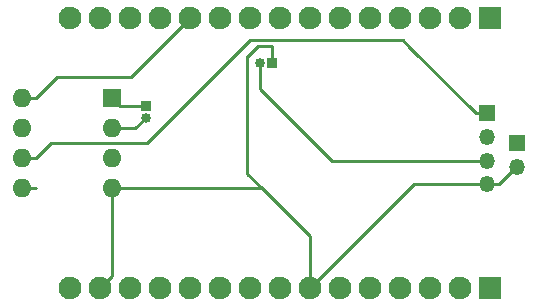
<source format=gbr>
%TF.GenerationSoftware,KiCad,Pcbnew,(7.0.0)*%
%TF.CreationDate,2023-08-26T23:12:35+05:30*%
%TF.ProjectId,sat-pcb,7361742d-7063-4622-9e6b-696361645f70,2.0.1*%
%TF.SameCoordinates,Original*%
%TF.FileFunction,Copper,L2,Bot*%
%TF.FilePolarity,Positive*%
%FSLAX46Y46*%
G04 Gerber Fmt 4.6, Leading zero omitted, Abs format (unit mm)*
G04 Created by KiCad (PCBNEW (7.0.0)) date 2023-08-26 23:12:35*
%MOMM*%
%LPD*%
G01*
G04 APERTURE LIST*
%TA.AperFunction,ComponentPad*%
%ADD10R,1.930000X1.930000*%
%TD*%
%TA.AperFunction,ComponentPad*%
%ADD11C,1.930000*%
%TD*%
%TA.AperFunction,ComponentPad*%
%ADD12R,0.850000X0.850000*%
%TD*%
%TA.AperFunction,ComponentPad*%
%ADD13O,0.850000X0.850000*%
%TD*%
%TA.AperFunction,ComponentPad*%
%ADD14R,1.600000X1.600000*%
%TD*%
%TA.AperFunction,ComponentPad*%
%ADD15O,1.600000X1.600000*%
%TD*%
%TA.AperFunction,ComponentPad*%
%ADD16R,1.350000X1.350000*%
%TD*%
%TA.AperFunction,ComponentPad*%
%ADD17O,1.350000X1.350000*%
%TD*%
%TA.AperFunction,Conductor*%
%ADD18C,0.250000*%
%TD*%
G04 APERTURE END LIST*
D10*
%TO.P,A1,J1_1,A0*%
%TO.N,unconnected-(A1A-A0-PadJ1_1)*%
X162197499Y-82378999D03*
D11*
%TO.P,A1,J1_2,RSV1*%
%TO.N,unconnected-(A1A-RSV1-PadJ1_2)*%
X159657500Y-82379000D03*
%TO.P,A1,J1_3,RSV2*%
%TO.N,unconnected-(A1A-RSV2-PadJ1_3)*%
X157117500Y-82379000D03*
%TO.P,A1,J1_4,SD3*%
%TO.N,unconnected-(A1A-SD3-PadJ1_4)*%
X154577500Y-82379000D03*
%TO.P,A1,J1_5,SD2*%
%TO.N,unconnected-(A1A-SD2-PadJ1_5)*%
X152037500Y-82379000D03*
%TO.P,A1,J1_6,SD1*%
%TO.N,unconnected-(A1A-SD1-PadJ1_6)*%
X149497500Y-82379000D03*
%TO.P,A1,J1_7,CMD*%
%TO.N,unconnected-(A1A-CMD-PadJ1_7)*%
X146957500Y-82379000D03*
%TO.P,A1,J1_8,SD0*%
%TO.N,unconnected-(A1A-SD0-PadJ1_8)*%
X144417500Y-82379000D03*
%TO.P,A1,J1_9,CLK*%
%TO.N,unconnected-(A1A-CLK-PadJ1_9)*%
X141877500Y-82379000D03*
%TO.P,A1,J1_10,GND*%
%TO.N,Net-(A1A-GND-PadJ1_10)*%
X139337500Y-82379000D03*
%TO.P,A1,J1_11,3V3*%
%TO.N,Net-(A1A-3V3)*%
X136797500Y-82379000D03*
%TO.P,A1,J1_12,EN*%
%TO.N,unconnected-(A1A-EN-PadJ1_12)*%
X134257500Y-82379000D03*
%TO.P,A1,J1_13,RST*%
%TO.N,unconnected-(A1A-RST-PadJ1_13)*%
X131717500Y-82379000D03*
%TO.P,A1,J1_14,GND*%
%TO.N,Net-(A1A-GND-PadJ1_10)*%
X129177500Y-82379000D03*
%TO.P,A1,J1_15,VIN*%
%TO.N,vout5*%
X126637500Y-82379000D03*
D10*
%TO.P,A1,J2_1,D0*%
%TO.N,unconnected-(A1B-D0-PadJ2_1)*%
X162197499Y-105238999D03*
D11*
%TO.P,A1,J2_2,D1*%
%TO.N,scl*%
X159657500Y-105239000D03*
%TO.P,A1,J2_3,D2*%
%TO.N,sda*%
X157117500Y-105239000D03*
%TO.P,A1,J2_4,D3*%
%TO.N,unconnected-(A1B-D3-PadJ2_4)*%
X154577500Y-105239000D03*
%TO.P,A1,J2_5,D4*%
%TO.N,unconnected-(A1B-D4-PadJ2_5)*%
X152037500Y-105239000D03*
%TO.P,A1,J2_6,3V3*%
%TO.N,Net-(A1B-3V3-PadJ2_15)*%
X149497500Y-105239000D03*
%TO.P,A1,J2_7,GND*%
%TO.N,gns*%
X146957500Y-105239000D03*
%TO.P,A1,J2_8,D5*%
%TO.N,unconnected-(A1B-D5-PadJ2_8)*%
X144417500Y-105239000D03*
%TO.P,A1,J2_9,D6*%
%TO.N,unconnected-(A1B-D6-PadJ2_9)*%
X141877500Y-105239000D03*
%TO.P,A1,J2_10,D7*%
%TO.N,unconnected-(A1B-D7-PadJ2_10)*%
X139337500Y-105239000D03*
%TO.P,A1,J2_11,D8*%
%TO.N,unconnected-(A1B-D8-PadJ2_11)*%
X136797500Y-105239000D03*
%TO.P,A1,J2_12,D9*%
%TO.N,unconnected-(A1B-D9-PadJ2_12)*%
X134257500Y-105239000D03*
%TO.P,A1,J2_13,D10*%
%TO.N,unconnected-(A1B-D10-PadJ2_13)*%
X131717500Y-105239000D03*
%TO.P,A1,J2_14,GND*%
%TO.N,gns*%
X129177500Y-105239000D03*
%TO.P,A1,J2_15,3V3*%
%TO.N,Net-(A1B-3V3-PadJ2_15)*%
X126637500Y-105239000D03*
%TD*%
D12*
%TO.P,VIN1,1,Pin_1*%
%TO.N,gns*%
X143777499Y-86128999D03*
D13*
%TO.P,VIN1,2,Pin_2*%
%TO.N,vout5*%
X142777499Y-86128999D03*
%TD*%
D12*
%TO.P,J3,1,Pin_1*%
%TO.N,N/C*%
X133077499Y-89803999D03*
D13*
%TO.P,J3,2,Pin_2*%
X133077499Y-90803999D03*
%TD*%
D14*
%TO.P,U1,1,X1*%
%TO.N,N/C*%
X130247499Y-89168999D03*
D15*
%TO.P,U1,2,X2*%
X130247499Y-91708999D03*
%TO.P,U1,3,VBAT*%
%TO.N,Net-(Jbattery1-Pin_1)*%
X130247499Y-94248999D03*
%TO.P,U1,4,GND*%
%TO.N,gns*%
X130247499Y-96788999D03*
%TO.P,U1,5,SDA*%
%TO.N,sda*%
X122627499Y-96788999D03*
%TO.P,U1,6,SCL*%
%TO.N,scl*%
X122627499Y-94248999D03*
%TO.P,U1,7,SQW/OUT*%
%TO.N,unconnected-(U1-SQW{slash}OUT-Pad7)*%
X122627499Y-91708999D03*
%TO.P,U1,8,VCC*%
%TO.N,Net-(A1A-3V3)*%
X122627499Y-89168999D03*
%TD*%
D16*
%TO.P,Jbattery1,1,Pin_1*%
%TO.N,Net-(Jbattery1-Pin_1)*%
X164547499Y-92968999D03*
D17*
%TO.P,Jbattery1,2,Pin_2*%
%TO.N,gns*%
X164547499Y-94968999D03*
%TD*%
D16*
%TO.P,Jdisplay1,1,Pin_1*%
%TO.N,scl*%
X162007499Y-90428999D03*
D17*
%TO.P,Jdisplay1,2,Pin_2*%
%TO.N,sda*%
X162007499Y-92428999D03*
%TO.P,Jdisplay1,3,Pin_3*%
%TO.N,vout5*%
X162007499Y-94428999D03*
%TO.P,Jdisplay1,4,Pin_4*%
%TO.N,gns*%
X162007499Y-96428999D03*
%TD*%
D18*
%TO.N,*%
X130882500Y-89804000D02*
X130247500Y-89169000D01*
X130247500Y-91709000D02*
X132172500Y-91709000D01*
X133077500Y-89804000D02*
X130882500Y-89804000D01*
X132172500Y-91709000D02*
X133077500Y-90804000D01*
%TO.N,Net-(A1A-3V3)*%
X131847500Y-87329000D02*
X136797500Y-82379000D01*
X123752600Y-89169000D02*
X125592600Y-87329000D01*
X122627500Y-89169000D02*
X123752600Y-89169000D01*
X125592600Y-87329000D02*
X131847500Y-87329000D01*
%TO.N,gns*%
X143777500Y-84729000D02*
X143777500Y-86129000D01*
X162007500Y-96429000D02*
X155767500Y-96429000D01*
X146957500Y-105239000D02*
X146957500Y-100847200D01*
X128987500Y-105638800D02*
X128987500Y-105669000D01*
X142899300Y-96789000D02*
X141652500Y-95542200D01*
X129177500Y-105239000D02*
X130247500Y-104169000D01*
X141677500Y-85629000D02*
X142602500Y-84704000D01*
X146957500Y-100847200D02*
X142899300Y-96789000D01*
X155767500Y-96429000D02*
X149153400Y-103043100D01*
X128987500Y-105429000D02*
X129177500Y-105239000D01*
X149153400Y-103043100D02*
X146957500Y-105239000D01*
X164547500Y-94969000D02*
X164462500Y-94969000D01*
X142899300Y-96789000D02*
X130247500Y-96789000D01*
X130247500Y-96789000D02*
X130247500Y-97914100D01*
X143802500Y-84704000D02*
X143777500Y-84729000D01*
X142602500Y-84704000D02*
X143802500Y-84704000D01*
X163002500Y-96429000D02*
X162007500Y-96429000D01*
X141652500Y-85620400D02*
X141660700Y-85612200D01*
X128987500Y-105638800D02*
X128987500Y-105429000D01*
X130247500Y-104169000D02*
X130247500Y-97914100D01*
X164462500Y-94969000D02*
X163002500Y-96429000D01*
X141652500Y-95542200D02*
X141652500Y-85620400D01*
%TO.N,sda*%
X122627500Y-96789000D02*
X123752500Y-96789000D01*
%TO.N,scl*%
X123752500Y-94249000D02*
X125072500Y-92929000D01*
X161027500Y-90429000D02*
X162027600Y-90429000D01*
X154832400Y-84254000D02*
X155452100Y-84873700D01*
X155497200Y-84898700D02*
X161027500Y-90429000D01*
X141904100Y-84254000D02*
X154832400Y-84254000D01*
X133229100Y-92929000D02*
X141904100Y-84254000D01*
X122627500Y-94249000D02*
X123752500Y-94249000D01*
X125072500Y-92929000D02*
X133229100Y-92929000D01*
X162027600Y-90429000D02*
X162052600Y-90454000D01*
%TO.N,vout5*%
X142777500Y-88379000D02*
X142777500Y-86129000D01*
X162007500Y-94429000D02*
X148827500Y-94429000D01*
X148827500Y-94429000D02*
X142777500Y-88379000D01*
%TD*%
M02*

</source>
